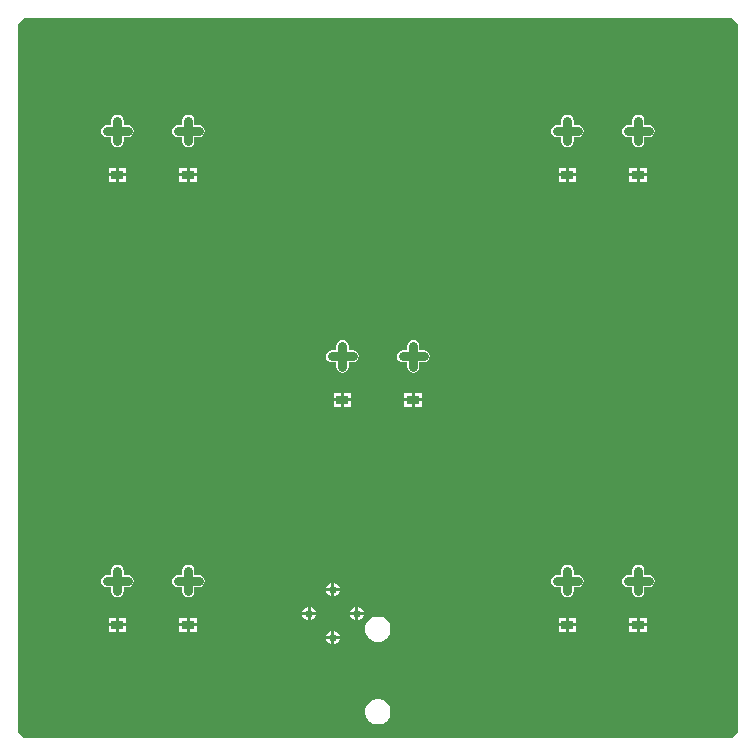
<source format=gtl>
G04*
G04 #@! TF.GenerationSoftware,Altium Limited,Altium Designer,23.8.1 (32)*
G04*
G04 Layer_Physical_Order=1*
G04 Layer_Color=255*
%FSLAX25Y25*%
%MOIN*%
G70*
G04*
G04 #@! TF.SameCoordinates,69CDD0E5-7439-40E5-B8CE-76B83E1F4441*
G04*
G04*
G04 #@! TF.FilePolarity,Positive*
G04*
G01*
G75*
%ADD12R,0.03937X0.02756*%
%ADD15C,0.03000*%
%ADD16C,0.02500*%
G36*
X119957Y117813D02*
Y-118009D01*
X117911Y-120055D01*
X-117911D01*
X-119957Y-118009D01*
Y117813D01*
X-117911Y119859D01*
X117911D01*
X119957Y117813D01*
D02*
G37*
%LPC*%
G36*
X86811Y87773D02*
X86031Y87617D01*
X85369Y87175D01*
X84927Y86514D01*
X84772Y85733D01*
Y84323D01*
X83361D01*
X82581Y84167D01*
X81919Y83725D01*
X81477Y83064D01*
X81322Y82284D01*
X81477Y81503D01*
X81919Y80841D01*
X82581Y80400D01*
X83361Y80244D01*
X84772D01*
Y78834D01*
X84927Y78053D01*
X85369Y77392D01*
X86031Y76950D01*
X86811Y76794D01*
X87591Y76950D01*
X88253Y77392D01*
X88695Y78053D01*
X88850Y78834D01*
Y80244D01*
X90261D01*
X91041Y80400D01*
X91703Y80841D01*
X92145Y81503D01*
X92300Y82284D01*
X92145Y83064D01*
X91703Y83725D01*
X91041Y84167D01*
X90261Y84323D01*
X88850D01*
Y85733D01*
X88695Y86514D01*
X88253Y87175D01*
X87591Y87617D01*
X86811Y87773D01*
D02*
G37*
G36*
X63189D02*
X62409Y87617D01*
X61747Y87175D01*
X61305Y86514D01*
X61150Y85733D01*
Y84323D01*
X59739D01*
X58959Y84167D01*
X58297Y83725D01*
X57855Y83064D01*
X57700Y82284D01*
X57855Y81503D01*
X58297Y80841D01*
X58959Y80400D01*
X59739Y80244D01*
X61150D01*
Y78834D01*
X61305Y78053D01*
X61747Y77392D01*
X62409Y76950D01*
X63189Y76794D01*
X63969Y76950D01*
X64631Y77392D01*
X65073Y78053D01*
X65228Y78834D01*
Y80244D01*
X66639D01*
X67419Y80400D01*
X68081Y80841D01*
X68523Y81503D01*
X68678Y82284D01*
X68523Y83064D01*
X68081Y83725D01*
X67419Y84167D01*
X66639Y84323D01*
X65228D01*
Y85733D01*
X65073Y86514D01*
X64631Y87175D01*
X63969Y87617D01*
X63189Y87773D01*
D02*
G37*
G36*
X-63189D02*
X-63969Y87617D01*
X-64631Y87175D01*
X-65073Y86514D01*
X-65228Y85733D01*
Y84323D01*
X-66639D01*
X-67419Y84167D01*
X-68081Y83725D01*
X-68523Y83064D01*
X-68678Y82284D01*
X-68523Y81503D01*
X-68081Y80841D01*
X-67419Y80400D01*
X-66639Y80244D01*
X-65228D01*
Y78834D01*
X-65073Y78053D01*
X-64631Y77392D01*
X-63969Y76950D01*
X-63189Y76794D01*
X-62409Y76950D01*
X-61747Y77392D01*
X-61305Y78053D01*
X-61150Y78834D01*
Y80244D01*
X-59739D01*
X-58959Y80400D01*
X-58297Y80841D01*
X-57855Y81503D01*
X-57700Y82284D01*
X-57855Y83064D01*
X-58297Y83725D01*
X-58959Y84167D01*
X-59739Y84323D01*
X-61150D01*
Y85733D01*
X-61305Y86514D01*
X-61747Y87175D01*
X-62409Y87617D01*
X-63189Y87773D01*
D02*
G37*
G36*
X-86811D02*
X-87591Y87617D01*
X-88253Y87175D01*
X-88695Y86514D01*
X-88850Y85733D01*
Y84323D01*
X-90261D01*
X-91041Y84167D01*
X-91703Y83725D01*
X-92145Y83064D01*
X-92300Y82284D01*
X-92145Y81503D01*
X-91703Y80841D01*
X-91041Y80400D01*
X-90261Y80244D01*
X-88850D01*
Y78834D01*
X-88695Y78053D01*
X-88253Y77392D01*
X-87591Y76950D01*
X-86811Y76794D01*
X-86031Y76950D01*
X-85369Y77392D01*
X-84927Y78053D01*
X-84772Y78834D01*
Y80244D01*
X-83361D01*
X-82581Y80400D01*
X-81919Y80841D01*
X-81477Y81503D01*
X-81322Y82284D01*
X-81477Y83064D01*
X-81919Y83725D01*
X-82581Y84167D01*
X-83361Y84323D01*
X-84772D01*
Y85733D01*
X-84927Y86514D01*
X-85369Y87175D01*
X-86031Y87617D01*
X-86811Y87773D01*
D02*
G37*
G36*
X89780Y70095D02*
X87311D01*
Y68217D01*
X89780D01*
Y70095D01*
D02*
G37*
G36*
X86311D02*
X83842D01*
Y68217D01*
X86311D01*
Y70095D01*
D02*
G37*
G36*
X66158D02*
X63689D01*
Y68217D01*
X66158D01*
Y70095D01*
D02*
G37*
G36*
X62689D02*
X60220D01*
Y68217D01*
X62689D01*
Y70095D01*
D02*
G37*
G36*
X-60220D02*
X-62689D01*
Y68217D01*
X-60220D01*
Y70095D01*
D02*
G37*
G36*
X-63689D02*
X-66158D01*
Y68217D01*
X-63689D01*
Y70095D01*
D02*
G37*
G36*
X-83842D02*
X-86311D01*
Y68217D01*
X-83842D01*
Y70095D01*
D02*
G37*
G36*
X-87311D02*
X-89780D01*
Y68217D01*
X-87311D01*
Y70095D01*
D02*
G37*
G36*
X89780Y67216D02*
X87311D01*
Y65339D01*
X89780D01*
Y67216D01*
D02*
G37*
G36*
X86311D02*
X83842D01*
Y65339D01*
X86311D01*
Y67216D01*
D02*
G37*
G36*
X66158D02*
X63689D01*
Y65339D01*
X66158D01*
Y67216D01*
D02*
G37*
G36*
X62689D02*
X60220D01*
Y65339D01*
X62689D01*
Y67216D01*
D02*
G37*
G36*
X-60220D02*
X-62689D01*
Y65339D01*
X-60220D01*
Y67216D01*
D02*
G37*
G36*
X-63689D02*
X-66158D01*
Y65339D01*
X-63689D01*
Y67216D01*
D02*
G37*
G36*
X-83842D02*
X-86311D01*
Y65339D01*
X-83842D01*
Y67216D01*
D02*
G37*
G36*
X-87311D02*
X-89780D01*
Y65339D01*
X-87311D01*
Y67216D01*
D02*
G37*
G36*
X11811Y12674D02*
X11031Y12519D01*
X10369Y12077D01*
X9927Y11415D01*
X9772Y10635D01*
Y9224D01*
X8361D01*
X7581Y9069D01*
X6919Y8627D01*
X6477Y7965D01*
X6322Y7185D01*
X6477Y6405D01*
X6919Y5743D01*
X7581Y5301D01*
X8361Y5146D01*
X9772D01*
Y3735D01*
X9927Y2955D01*
X10369Y2293D01*
X11031Y1851D01*
X11811Y1696D01*
X12591Y1851D01*
X13253Y2293D01*
X13695Y2955D01*
X13850Y3735D01*
Y5146D01*
X15261D01*
X16041Y5301D01*
X16703Y5743D01*
X17145Y6405D01*
X17300Y7185D01*
X17145Y7965D01*
X16703Y8627D01*
X16041Y9069D01*
X15261Y9224D01*
X13850D01*
Y10635D01*
X13695Y11415D01*
X13253Y12077D01*
X12591Y12519D01*
X11811Y12674D01*
D02*
G37*
G36*
X-11811D02*
X-12591Y12519D01*
X-13253Y12077D01*
X-13695Y11415D01*
X-13850Y10635D01*
Y9224D01*
X-15261D01*
X-16041Y9069D01*
X-16703Y8627D01*
X-17145Y7965D01*
X-17300Y7185D01*
X-17145Y6405D01*
X-16703Y5743D01*
X-16041Y5301D01*
X-15261Y5146D01*
X-13850D01*
Y3735D01*
X-13695Y2955D01*
X-13253Y2293D01*
X-12591Y1851D01*
X-11811Y1696D01*
X-11031Y1851D01*
X-10369Y2293D01*
X-9927Y2955D01*
X-9772Y3735D01*
Y5146D01*
X-8361D01*
X-7581Y5301D01*
X-6919Y5743D01*
X-6477Y6405D01*
X-6322Y7185D01*
X-6477Y7965D01*
X-6919Y8627D01*
X-7581Y9069D01*
X-8361Y9224D01*
X-9772D01*
Y10635D01*
X-9927Y11415D01*
X-10369Y12077D01*
X-11031Y12519D01*
X-11811Y12674D01*
D02*
G37*
G36*
X14780Y-5004D02*
X12311D01*
Y-6882D01*
X14780D01*
Y-5004D01*
D02*
G37*
G36*
X11311D02*
X8843D01*
Y-6882D01*
X11311D01*
Y-5004D01*
D02*
G37*
G36*
X-8843D02*
X-11311D01*
Y-6882D01*
X-8843D01*
Y-5004D01*
D02*
G37*
G36*
X-12311D02*
X-14780D01*
Y-6882D01*
X-12311D01*
Y-5004D01*
D02*
G37*
G36*
X14780Y-7882D02*
X12311D01*
Y-9760D01*
X14780D01*
Y-7882D01*
D02*
G37*
G36*
X11311D02*
X8843D01*
Y-9760D01*
X11311D01*
Y-7882D01*
D02*
G37*
G36*
X-8843D02*
X-11311D01*
Y-9760D01*
X-8843D01*
Y-7882D01*
D02*
G37*
G36*
X-12311D02*
X-14780D01*
Y-9760D01*
X-12311D01*
Y-7882D01*
D02*
G37*
G36*
X-14461Y-68418D02*
Y-70146D01*
X-12732D01*
X-13053Y-69372D01*
X-13686Y-68739D01*
X-14461Y-68418D01*
D02*
G37*
G36*
X-15461D02*
X-16235Y-68739D01*
X-16868Y-69372D01*
X-17189Y-70146D01*
X-15461D01*
Y-68418D01*
D02*
G37*
G36*
X-12732Y-71146D02*
X-14461D01*
Y-72874D01*
X-13686Y-72554D01*
X-13053Y-71921D01*
X-12732Y-71146D01*
D02*
G37*
G36*
X-15461D02*
X-17189D01*
X-16868Y-71921D01*
X-16235Y-72554D01*
X-15461Y-72874D01*
Y-71146D01*
D02*
G37*
G36*
X86811Y-62227D02*
X86031Y-62383D01*
X85369Y-62825D01*
X84927Y-63486D01*
X84772Y-64267D01*
Y-65677D01*
X83361D01*
X82581Y-65833D01*
X81919Y-66275D01*
X81477Y-66936D01*
X81322Y-67716D01*
X81477Y-68497D01*
X81919Y-69159D01*
X82581Y-69600D01*
X83361Y-69756D01*
X84772D01*
Y-71166D01*
X84927Y-71947D01*
X85369Y-72608D01*
X86031Y-73050D01*
X86811Y-73206D01*
X87591Y-73050D01*
X88253Y-72608D01*
X88695Y-71947D01*
X88850Y-71166D01*
Y-69756D01*
X90261D01*
X91041Y-69600D01*
X91703Y-69159D01*
X92145Y-68497D01*
X92300Y-67716D01*
X92145Y-66936D01*
X91703Y-66275D01*
X91041Y-65833D01*
X90261Y-65677D01*
X88850D01*
Y-64267D01*
X88695Y-63486D01*
X88253Y-62825D01*
X87591Y-62383D01*
X86811Y-62227D01*
D02*
G37*
G36*
X63189D02*
X62409Y-62383D01*
X61747Y-62825D01*
X61305Y-63486D01*
X61150Y-64267D01*
Y-65677D01*
X59739D01*
X58959Y-65833D01*
X58297Y-66275D01*
X57855Y-66936D01*
X57700Y-67716D01*
X57855Y-68497D01*
X58297Y-69159D01*
X58959Y-69600D01*
X59739Y-69756D01*
X61150D01*
Y-71166D01*
X61305Y-71947D01*
X61747Y-72608D01*
X62409Y-73050D01*
X63189Y-73206D01*
X63969Y-73050D01*
X64631Y-72608D01*
X65073Y-71947D01*
X65228Y-71166D01*
Y-69756D01*
X66639D01*
X67419Y-69600D01*
X68081Y-69159D01*
X68523Y-68497D01*
X68678Y-67716D01*
X68523Y-66936D01*
X68081Y-66275D01*
X67419Y-65833D01*
X66639Y-65677D01*
X65228D01*
Y-64267D01*
X65073Y-63486D01*
X64631Y-62825D01*
X63969Y-62383D01*
X63189Y-62227D01*
D02*
G37*
G36*
X-63189D02*
X-63969Y-62383D01*
X-64631Y-62825D01*
X-65073Y-63486D01*
X-65228Y-64267D01*
Y-65677D01*
X-66639D01*
X-67419Y-65833D01*
X-68081Y-66275D01*
X-68523Y-66936D01*
X-68678Y-67716D01*
X-68523Y-68497D01*
X-68081Y-69159D01*
X-67419Y-69600D01*
X-66639Y-69756D01*
X-65228D01*
Y-71166D01*
X-65073Y-71947D01*
X-64631Y-72608D01*
X-63969Y-73050D01*
X-63189Y-73206D01*
X-62409Y-73050D01*
X-61747Y-72608D01*
X-61305Y-71947D01*
X-61150Y-71166D01*
Y-69756D01*
X-59739D01*
X-58959Y-69600D01*
X-58297Y-69159D01*
X-57855Y-68497D01*
X-57700Y-67716D01*
X-57855Y-66936D01*
X-58297Y-66275D01*
X-58959Y-65833D01*
X-59739Y-65677D01*
X-61150D01*
Y-64267D01*
X-61305Y-63486D01*
X-61747Y-62825D01*
X-62409Y-62383D01*
X-63189Y-62227D01*
D02*
G37*
G36*
X-86811D02*
X-87591Y-62383D01*
X-88253Y-62825D01*
X-88695Y-63486D01*
X-88850Y-64267D01*
Y-65677D01*
X-90261D01*
X-91041Y-65833D01*
X-91703Y-66275D01*
X-92145Y-66936D01*
X-92300Y-67716D01*
X-92145Y-68497D01*
X-91703Y-69159D01*
X-91041Y-69600D01*
X-90261Y-69756D01*
X-88850D01*
Y-71166D01*
X-88695Y-71947D01*
X-88253Y-72608D01*
X-87591Y-73050D01*
X-86811Y-73206D01*
X-86031Y-73050D01*
X-85369Y-72608D01*
X-84927Y-71947D01*
X-84772Y-71166D01*
Y-69756D01*
X-83361D01*
X-82581Y-69600D01*
X-81919Y-69159D01*
X-81477Y-68497D01*
X-81322Y-67716D01*
X-81477Y-66936D01*
X-81919Y-66275D01*
X-82581Y-65833D01*
X-83361Y-65677D01*
X-84772D01*
Y-64267D01*
X-84927Y-63486D01*
X-85369Y-62825D01*
X-86031Y-62383D01*
X-86811Y-62227D01*
D02*
G37*
G36*
X-6465Y-76414D02*
Y-78142D01*
X-4737D01*
X-5058Y-77367D01*
X-5691Y-76734D01*
X-6465Y-76414D01*
D02*
G37*
G36*
X-7465D02*
X-8240Y-76734D01*
X-8873Y-77367D01*
X-9193Y-78142D01*
X-7465D01*
Y-76414D01*
D02*
G37*
G36*
X-22456D02*
Y-78142D01*
X-20728D01*
X-21049Y-77367D01*
X-21682Y-76734D01*
X-22456Y-76414D01*
D02*
G37*
G36*
X-23456D02*
X-24231Y-76734D01*
X-24864Y-77367D01*
X-25185Y-78142D01*
X-23456D01*
Y-76414D01*
D02*
G37*
G36*
X-4737Y-79142D02*
X-6465D01*
Y-80870D01*
X-5691Y-80549D01*
X-5058Y-79916D01*
X-4737Y-79142D01*
D02*
G37*
G36*
X-7465D02*
X-9193D01*
X-8873Y-79916D01*
X-8240Y-80549D01*
X-7465Y-80870D01*
Y-79142D01*
D02*
G37*
G36*
X-20728D02*
X-22456D01*
Y-80870D01*
X-21682Y-80549D01*
X-21049Y-79916D01*
X-20728Y-79142D01*
D02*
G37*
G36*
X-23456D02*
X-25185D01*
X-24864Y-79916D01*
X-24231Y-80549D01*
X-23456Y-80870D01*
Y-79142D01*
D02*
G37*
G36*
X89780Y-79905D02*
X87311D01*
Y-81783D01*
X89780D01*
Y-79905D01*
D02*
G37*
G36*
X86311D02*
X83842D01*
Y-81783D01*
X86311D01*
Y-79905D01*
D02*
G37*
G36*
X66158D02*
X63689D01*
Y-81783D01*
X66158D01*
Y-79905D01*
D02*
G37*
G36*
X62689D02*
X60220D01*
Y-81783D01*
X62689D01*
Y-79905D01*
D02*
G37*
G36*
X-60220D02*
X-62689D01*
Y-81783D01*
X-60220D01*
Y-79905D01*
D02*
G37*
G36*
X-63689D02*
X-66158D01*
Y-81783D01*
X-63689D01*
Y-79905D01*
D02*
G37*
G36*
X-83842D02*
X-86311D01*
Y-81783D01*
X-83842D01*
Y-79905D01*
D02*
G37*
G36*
X-87311D02*
X-89780D01*
Y-81783D01*
X-87311D01*
Y-79905D01*
D02*
G37*
G36*
X89780Y-82784D02*
X87311D01*
Y-84661D01*
X89780D01*
Y-82784D01*
D02*
G37*
G36*
X86311D02*
X83842D01*
Y-84661D01*
X86311D01*
Y-82784D01*
D02*
G37*
G36*
X66158D02*
X63689D01*
Y-84661D01*
X66158D01*
Y-82784D01*
D02*
G37*
G36*
X62689D02*
X60220D01*
Y-84661D01*
X62689D01*
Y-82784D01*
D02*
G37*
G36*
X-60220D02*
X-62689D01*
Y-84661D01*
X-60220D01*
Y-82784D01*
D02*
G37*
G36*
X-63689D02*
X-66158D01*
Y-84661D01*
X-63689D01*
Y-82784D01*
D02*
G37*
G36*
X-83842D02*
X-86311D01*
Y-84661D01*
X-83842D01*
Y-82784D01*
D02*
G37*
G36*
X-87311D02*
X-89780D01*
Y-84661D01*
X-87311D01*
Y-82784D01*
D02*
G37*
G36*
X-14461Y-84409D02*
Y-86137D01*
X-12732D01*
X-13053Y-85363D01*
X-13686Y-84730D01*
X-14461Y-84409D01*
D02*
G37*
G36*
X-15461D02*
X-16235Y-84730D01*
X-16868Y-85363D01*
X-17189Y-86137D01*
X-15461D01*
Y-84409D01*
D02*
G37*
G36*
X552Y-79565D02*
X-552D01*
X-1619Y-79851D01*
X-2576Y-80403D01*
X-3357Y-81184D01*
X-3909Y-82141D01*
X-4195Y-83208D01*
Y-84312D01*
X-3909Y-85379D01*
X-3357Y-86336D01*
X-2576Y-87117D01*
X-1619Y-87669D01*
X-552Y-87955D01*
X552D01*
X1619Y-87669D01*
X2576Y-87117D01*
X3357Y-86336D01*
X3909Y-85379D01*
X4195Y-84312D01*
Y-83208D01*
X3909Y-82141D01*
X3357Y-81184D01*
X2576Y-80403D01*
X1619Y-79851D01*
X552Y-79565D01*
D02*
G37*
G36*
X-12732Y-87137D02*
X-14461D01*
Y-88866D01*
X-13686Y-88545D01*
X-13053Y-87912D01*
X-12732Y-87137D01*
D02*
G37*
G36*
X-15461D02*
X-17189D01*
X-16868Y-87912D01*
X-16235Y-88545D01*
X-15461Y-88866D01*
Y-87137D01*
D02*
G37*
G36*
X552Y-107124D02*
X-552D01*
X-1619Y-107410D01*
X-2576Y-107962D01*
X-3357Y-108743D01*
X-3909Y-109700D01*
X-4195Y-110767D01*
Y-111871D01*
X-3909Y-112938D01*
X-3357Y-113895D01*
X-2576Y-114676D01*
X-1619Y-115228D01*
X-552Y-115514D01*
X552D01*
X1619Y-115228D01*
X2576Y-114676D01*
X3357Y-113895D01*
X3909Y-112938D01*
X4195Y-111871D01*
Y-110767D01*
X3909Y-109700D01*
X3357Y-108743D01*
X2576Y-107962D01*
X1619Y-107410D01*
X552Y-107124D01*
D02*
G37*
%LPD*%
D12*
X86811Y-82284D02*
D03*
X63189D02*
D03*
X86811Y-67716D02*
D03*
X63189D02*
D03*
X-63189Y-82284D02*
D03*
X-86811D02*
D03*
X-63189Y-67716D02*
D03*
X-86811D02*
D03*
X86811Y67716D02*
D03*
X63189D02*
D03*
X86811Y82284D02*
D03*
X63189D02*
D03*
X-63189Y67716D02*
D03*
X-86811D02*
D03*
X-63189Y82284D02*
D03*
X-86811D02*
D03*
X11811Y-7382D02*
D03*
X-11811D02*
D03*
X11811Y7185D02*
D03*
X-11811D02*
D03*
D15*
X-86811Y-67716D02*
X-83361D01*
X-90261D02*
X-86811D01*
Y-64267D01*
Y-71166D02*
Y-67716D01*
X-63189D02*
X-59739D01*
X-66639D02*
X-63189D01*
Y-64267D01*
Y-71166D02*
Y-67716D01*
X63189D02*
X66639D01*
X59739D02*
X63189D01*
Y-64267D01*
Y-71166D02*
Y-67716D01*
X86811D02*
X90261D01*
X83361D02*
X86811D01*
Y-64267D01*
Y-71166D02*
Y-67716D01*
X-86811Y82284D02*
X-83361D01*
X-90261D02*
X-86811D01*
Y85733D01*
Y78834D02*
Y82284D01*
X-63189D02*
X-59739D01*
X-66639D02*
X-63189D01*
Y85733D01*
Y78834D02*
Y82284D01*
X63189D02*
X66639D01*
X59739D02*
X63189D01*
Y85733D01*
Y78834D02*
Y82284D01*
X86811D02*
X90261D01*
X83361D02*
X86811D01*
Y85733D01*
Y78834D02*
Y82284D01*
X11811Y3735D02*
Y7185D01*
Y10635D01*
X8361Y7185D02*
X11811D01*
X15261D01*
X-11811D02*
X-8361D01*
X-15261D02*
X-11811D01*
Y10635D01*
Y3735D02*
Y7185D01*
D16*
X-90261Y-67716D02*
D03*
X-86811Y-71166D02*
D03*
X-83361Y-67716D02*
D03*
X-86811Y-64267D02*
D03*
X-66639Y-67716D02*
D03*
X-63189Y-71166D02*
D03*
X-59739Y-67716D02*
D03*
X-63189Y-64267D02*
D03*
X59739Y-67716D02*
D03*
X63189Y-71166D02*
D03*
X66639Y-67716D02*
D03*
X63189Y-64267D02*
D03*
X83361Y-67716D02*
D03*
X86811Y-71166D02*
D03*
X90261Y-67716D02*
D03*
X86811Y-64267D02*
D03*
X-90261Y82284D02*
D03*
X-86811Y78834D02*
D03*
X-83361Y82284D02*
D03*
X-86811Y85733D02*
D03*
X-66639Y82284D02*
D03*
X-63189Y78834D02*
D03*
X-59739Y82284D02*
D03*
X-63189Y85733D02*
D03*
X59739Y82284D02*
D03*
X63189Y78834D02*
D03*
X66639Y82284D02*
D03*
X63189Y85733D02*
D03*
X83361Y82284D02*
D03*
X86811Y78834D02*
D03*
X90261Y82284D02*
D03*
X86811Y85733D02*
D03*
X-14961Y-70646D02*
D03*
Y-86637D02*
D03*
X-6965Y-78642D02*
D03*
X-22956D02*
D03*
X11811Y10635D02*
D03*
X15261Y7185D02*
D03*
X11811Y3735D02*
D03*
X8361Y7185D02*
D03*
X-15261D02*
D03*
X-11811Y10635D02*
D03*
X-8361Y7185D02*
D03*
X-11811Y3735D02*
D03*
M02*

</source>
